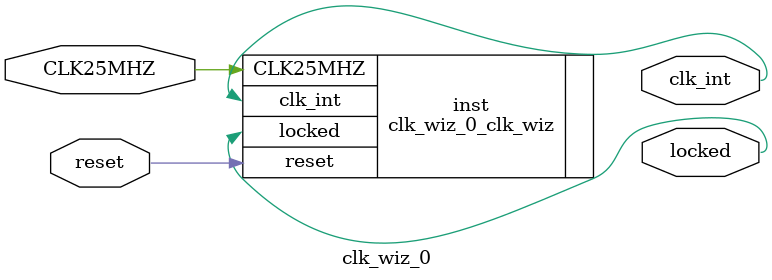
<source format=v>


`timescale 1ps/1ps

(* CORE_GENERATION_INFO = "clk_wiz_0,clk_wiz_v6_0_16_0_0,{component_name=clk_wiz_0,use_phase_alignment=false,use_min_o_jitter=false,use_max_i_jitter=false,use_dyn_phase_shift=false,use_inclk_switchover=false,use_dyn_reconfig=false,enable_axi=0,feedback_source=FDBK_AUTO,PRIMITIVE=MMCM,num_out_clk=1,clkin1_period=40.000,clkin2_period=10.0,use_power_down=false,use_reset=true,use_locked=true,use_inclk_stopped=false,feedback_type=SINGLE,CLOCK_MGR_TYPE=NA,manual_override=false}" *)

module clk_wiz_0 
 (
  // Clock out ports
  output        clk_int,
  // Status and control signals
  input         reset,
  output        locked,
 // Clock in ports
  input         CLK25MHZ
 );

  clk_wiz_0_clk_wiz inst
  (
  // Clock out ports  
  .clk_int(clk_int),
  // Status and control signals               
  .reset(reset), 
  .locked(locked),
 // Clock in ports
  .CLK25MHZ(CLK25MHZ)
  );

endmodule

</source>
